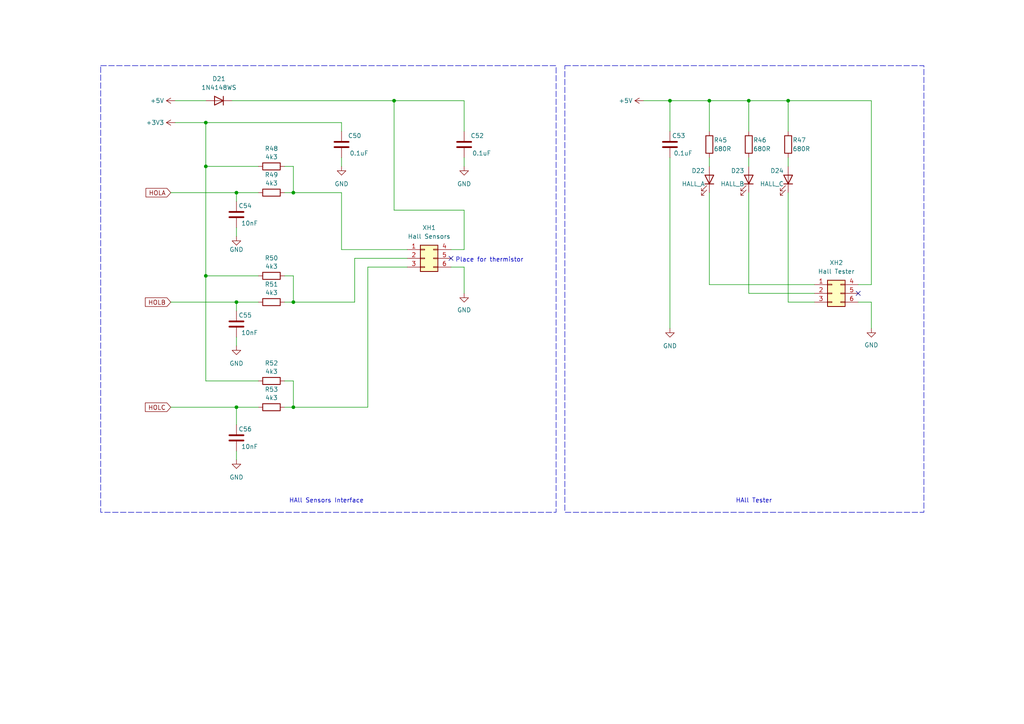
<source format=kicad_sch>
(kicad_sch (version 20231120) (generator "eeschema") (generator_version "8.0")
  (paper "A4")
  (title_block (title "RedShift-117.6-LogicBoard-F103") (date "08.12.2023") (rev "0.1"))
  (lib_symbols
    (symbol "Connector_Generic:Conn_02x03_Top_Bottom" (pin_names (offset 1.016) hide)
      (property "Reference" "J" (at 1.27 5.08 0))
      (property "Value" "Conn_02x03_Top_Bottom" (at 1.27 -5.08 0))
      (symbol "Conn_02x03_Top_Bottom_1_1"
        (rectangle (start -1.27 -2.413) (end 0 -2.667) (stroke (width 0.1524)))
        (rectangle (start -1.27 0.127) (end 0 -0.127) (stroke (width 0.1524)))
        (rectangle (start -1.27 2.667) (end 0 2.413) (stroke (width 0.1524)))
        (rectangle (start -1.27 3.81) (end 3.81 -3.81) (stroke (width 0.254)) (fill (type background)))
        (rectangle (start 3.81 -2.413) (end 2.54 -2.667) (stroke (width 0.1524)))
        (rectangle (start 3.81 0.127) (end 2.54 -0.127) (stroke (width 0.1524)))
        (rectangle (start 3.81 2.667) (end 2.54 2.413) (stroke (width 0.1524)))
        (pin passive line (at -5.08 2.54 0) (length 3.81) (name "Pin_1") (number "1"))
        (pin passive line (at -5.08 0 0) (length 3.81) (name "Pin_2") (number "2"))
        (pin passive line (at -5.08 -2.54 0) (length 3.81) (name "Pin_3") (number "3"))
        (pin passive line (at 7.62 2.54 180) (length 3.81) (name "Pin_4") (number "4"))
        (pin passive line (at 7.62 0 180) (length 3.81) (name "Pin_5") (number "5"))
        (pin passive line (at 7.62 -2.54 180) (length 3.81) (name "Pin_6") (number "6"))
      )
    )
    (symbol "Device:C" (pin_numbers hide) (pin_names (offset 0.254))
      (property "Reference" "C" (at 0.635 2.54 0))
      (property "Value" "C" (at 0.635 -2.54 0))
      (symbol "C_0_1"
        (polyline (pts (xy -2.032 -0.762) (xy 2.032 -0.762)) (stroke (width 0.508)))
        (polyline (pts (xy -2.032 0.762) (xy 2.032 0.762)) (stroke (width 0.508)))
      )
      (symbol "C_1_1"
        (pin passive line (at 0 3.81 270) (length 2.794) (name "~") (number "1"))
        (pin passive line (at 0 -3.81 90) (length 2.794) (name "~") (number "2"))
      )
    )
    (symbol "Device:LED" (pin_numbers hide) (pin_names (offset 1.016) hide)
      (property "Reference" "D" (at 0 2.54 0))
      (property "Value" "LED" (at 0 -2.54 0))
      (symbol "LED_0_1"
        (polyline (pts (xy -1.27 -1.27) (xy -1.27 1.27)) (stroke (width 0.254)))
        (polyline (pts (xy -1.27 0) (xy 1.27 0)))
        (polyline (pts (xy 1.27 -1.27) (xy 1.27 1.27) (xy -1.27 0) (xy 1.27 -1.27)) (stroke (width 0.254)))
        (polyline (pts (xy -3.048 -0.762) (xy -4.572 -2.286) (xy -3.81 -2.286) (xy -4.572 -2.286) (xy -4.572 -1.524)))
        (polyline (pts (xy -1.778 -0.762) (xy -3.302 -2.286) (xy -2.54 -2.286) (xy -3.302 -2.286) (xy -3.302 -1.524)))
      )
      (symbol "LED_1_1"
        (pin passive line (at -3.81 0 0) (length 2.54) (name "K") (number "1"))
        (pin passive line (at 3.81 0 180) (length 2.54) (name "A") (number "2"))
      )
    )
    (symbol "Device:R" (pin_numbers hide) (pin_names (offset 0))
      (property "Reference" "R" (at 2.032 0 90))
      (property "Value" "R" (at 0 0 90))
      (symbol "R_0_1"
        (rectangle (start -1.016 -2.54) (end 1.016 2.54) (stroke (width 0.254)))
      )
      (symbol "R_1_1"
        (pin passive line (at 0 3.81 270) (length 1.27) (name "~") (number "1"))
        (pin passive line (at 0 -3.81 90) (length 1.27) (name "~") (number "2"))
      )
    )
    (symbol "Diode:1N4148WS" (pin_numbers hide) (pin_names hide)
      (property "Reference" "D" (at 0 2.54 0))
      (property "Value" "1N4148WS" (at 0 -2.54 0))
      (symbol "1N4148WS_0_1"
        (polyline (pts (xy -1.27 1.27) (xy -1.27 -1.27)) (stroke (width 0.254)))
        (polyline (pts (xy 1.27 0) (xy -1.27 0)))
        (polyline (pts (xy 1.27 1.27) (xy 1.27 -1.27) (xy -1.27 0) (xy 1.27 1.27)) (stroke (width 0.254)))
      )
      (symbol "1N4148WS_1_1"
        (pin passive line (at -3.81 0 0) (length 2.54) (name "K") (number "1"))
        (pin passive line (at 3.81 0 180) (length 2.54) (name "A") (number "2"))
      )
    )
    (symbol "GND_1" (power) (pin_names (offset 0))
      (property "Value" "GND_1" (at 0 -3.81 0))
      (symbol "GND_1_0_1"
        (polyline (pts (xy 0 0) (xy 0 -1.27) (xy 1.27 -1.27) (xy 0 -2.54) (xy -1.27 -1.27) (xy 0 -1.27)))
      )
      (symbol "GND_1_1_1"
        (pin power_in line (at 0 0 270) (length 0) hide (name "GND") (number "1"))
      )
    )
    (symbol "GND_2" (power) (pin_names (offset 0))
      (property "Value" "GND_2" (at 0 -3.81 0))
      (symbol "GND_2_0_1"
        (polyline (pts (xy 0 0) (xy 0 -1.27) (xy 1.27 -1.27) (xy 0 -2.54) (xy -1.27 -1.27) (xy 0 -1.27)))
      )
      (symbol "GND_2_1_1"
        (pin power_in line (at 0 0 270) (length 0) hide (name "GND") (number "1"))
      )
    )
    (symbol "GND_3" (power) (pin_names (offset 0))
      (property "Value" "GND_3" (at 0 -3.81 0))
      (symbol "GND_3_0_1"
        (polyline (pts (xy 0 0) (xy 0 -1.27) (xy 1.27 -1.27) (xy 0 -2.54) (xy -1.27 -1.27) (xy 0 -1.27)))
      )
      (symbol "GND_3_1_1"
        (pin power_in line (at 0 0 270) (length 0) hide (name "GND") (number "1"))
      )
    )
    (symbol "GND_4" (power) (pin_names (offset 0))
      (property "Value" "GND_4" (at 0 -3.81 0))
      (symbol "GND_4_0_1"
        (polyline (pts (xy 0 0) (xy 0 -1.27) (xy 1.27 -1.27) (xy 0 -2.54) (xy -1.27 -1.27) (xy 0 -1.27)))
      )
      (symbol "GND_4_1_1"
        (pin power_in line (at 0 0 270) (length 0) hide (name "GND") (number "1"))
      )
    )
    (symbol "GND_6" (power) (pin_names (offset 0))
      (property "Value" "GND_6" (at 0 -3.81 0))
      (symbol "GND_6_0_1"
        (polyline (pts (xy 0 0) (xy 0 -1.27) (xy 1.27 -1.27) (xy 0 -2.54) (xy -1.27 -1.27) (xy 0 -1.27)))
      )
      (symbol "GND_6_1_1"
        (pin power_in line (at 0 0 270) (length 0) hide (name "GND") (number "1"))
      )
    )
    (symbol "GND_8" (power) (pin_names (offset 0))
      (property "Value" "GND_8" (at 0 -3.81 0))
      (symbol "GND_8_0_1"
        (polyline (pts (xy 0 0) (xy 0 -1.27) (xy 1.27 -1.27) (xy 0 -2.54) (xy -1.27 -1.27) (xy 0 -1.27)))
      )
      (symbol "GND_8_1_1"
        (pin power_in line (at 0 0 270) (length 0) hide (name "GND") (number "1"))
      )
    )
    (symbol "power:+3V3" (power) (pin_names (offset 0))
      (property "Value" "+3V3" (at 0 3.556 0))
      (symbol "+3V3_0_1"
        (polyline (pts (xy -0.762 1.27) (xy 0 2.54)))
        (polyline (pts (xy 0 0) (xy 0 2.54)))
        (polyline (pts (xy 0 2.54) (xy 0.762 1.27)))
      )
      (symbol "+3V3_1_1"
        (pin power_in line (at 0 0 90) (length 0) hide (name "+3V3") (number "1"))
      )
    )
    (symbol "power:+5V" (power) (pin_names (offset 0))
      (property "Value" "+5V" (at 0 3.556 0))
      (symbol "+5V_0_1"
        (polyline (pts (xy -0.762 1.27) (xy 0 2.54)))
        (polyline (pts (xy 0 0) (xy 0 2.54)))
        (polyline (pts (xy 0 2.54) (xy 0.762 1.27)))
      )
      (symbol "+5V_1_1"
        (pin power_in line (at 0 0 90) (length 0) hide (name "+5V") (number "1"))
      )
    )
    (symbol "power:GND" (power) (pin_names (offset 0))
      (property "Value" "GND" (at 0 -3.81 0))
      (symbol "GND_0_1"
        (polyline (pts (xy 0 0) (xy 0 -1.27) (xy 1.27 -1.27) (xy 0 -2.54) (xy -1.27 -1.27) (xy 0 -1.27)))
      )
      (symbol "GND_1_1"
        (pin power_in line (at 0 0 270) (length 0) hide (name "GND") (number "1"))
      )
    )
  )
  (junction (at 85.09 118.11))
  (junction (at 68.58 118.11))
  (junction (at 85.09 55.88))
  (junction (at 114.3 29.21))
  (junction (at 59.69 35.56))
  (junction (at 59.69 80.01))
  (junction (at 59.69 48.26))
  (junction (at 68.58 87.63))
  (junction (at 194.31 29.21))
  (junction (at 205.74 29.21))
  (junction (at 68.58 55.88))
  (junction (at 85.09 87.63))
  (junction (at 228.6 29.21))
  (junction (at 217.17 29.21))
  (no_connect (at 130.81 74.93))
  (no_connect (at 248.92 85.09))
  (wire (pts (xy 134.62 29.21) (xy 134.62 38.1)))
  (wire (pts (xy 186.69 29.21) (xy 194.31 29.21)))
  (wire (pts (xy 85.09 55.88) (xy 82.55 55.88)))
  (wire (pts (xy 252.73 82.55) (xy 248.92 82.55)))
  (wire (pts (xy 85.09 118.11) (xy 106.68 118.11)))
  (wire (pts (xy 85.09 87.63) (xy 82.55 87.63)))
  (wire (pts (xy 106.68 77.47) (xy 118.11 77.47)))
  (wire (pts (xy 114.3 29.21) (xy 134.62 29.21)))
  (wire (pts (xy 205.74 29.21) (xy 205.74 38.1)))
  (wire (pts (xy 49.53 55.88) (xy 68.58 55.88)))
  (wire (pts (xy 134.62 60.96) (xy 134.62 72.39)))
  (wire (pts (xy 194.31 29.21) (xy 194.31 38.1)))
  (wire (pts (xy 194.31 29.21) (xy 205.74 29.21)))
  (wire (pts (xy 228.6 29.21) (xy 228.6 38.1)))
  (wire (pts (xy 228.6 48.26) (xy 228.6 45.72)))
  (wire (pts (xy 134.62 77.47) (xy 130.81 77.47)))
  (wire (pts (xy 68.58 55.88) (xy 74.93 55.88)))
  (wire (pts (xy 194.31 45.72) (xy 194.31 95.25)))
  (wire (pts (xy 50.8 35.56) (xy 59.69 35.56)))
  (wire (pts (xy 114.3 60.96) (xy 134.62 60.96)))
  (wire (pts (xy 205.74 82.55) (xy 236.22 82.55)))
  (wire (pts (xy 102.87 87.63) (xy 85.09 87.63)))
  (wire (pts (xy 99.06 35.56) (xy 99.06 38.1)))
  (wire (pts (xy 114.3 29.21) (xy 114.3 60.96)))
  (wire (pts (xy 49.53 118.11) (xy 68.58 118.11)))
  (wire (pts (xy 205.74 29.21) (xy 217.17 29.21)))
  (wire (pts (xy 50.8 29.21) (xy 59.69 29.21)))
  (wire (pts (xy 134.62 72.39) (xy 130.81 72.39)))
  (wire (pts (xy 134.62 45.72) (xy 134.62 48.26)))
  (wire (pts (xy 85.09 48.26) (xy 85.09 55.88)))
  (wire (pts (xy 252.73 87.63) (xy 252.73 95.25)))
  (wire (pts (xy 68.58 118.11) (xy 68.58 123.19)))
  (wire (pts (xy 85.09 55.88) (xy 99.06 55.88)))
  (wire (pts (xy 85.09 110.49) (xy 82.55 110.49)))
  (wire (pts (xy 106.68 118.11) (xy 106.68 77.47)))
  (wire (pts (xy 85.09 80.01) (xy 85.09 87.63)))
  (wire (pts (xy 59.69 35.56) (xy 99.06 35.56)))
  (wire (pts (xy 59.69 80.01) (xy 59.69 110.49)))
  (wire (pts (xy 102.87 74.93) (xy 102.87 87.63)))
  (wire (pts (xy 68.58 130.81) (xy 68.58 133.35)))
  (wire (pts (xy 99.06 72.39) (xy 118.11 72.39)))
  (wire (pts (xy 68.58 87.63) (xy 74.93 87.63)))
  (wire (pts (xy 85.09 118.11) (xy 85.09 110.49)))
  (wire (pts (xy 228.6 55.88) (xy 228.6 87.63)))
  (wire (pts (xy 205.74 55.88) (xy 205.74 82.55)))
  (wire (pts (xy 228.6 87.63) (xy 236.22 87.63)))
  (wire (pts (xy 74.93 80.01) (xy 59.69 80.01)))
  (wire (pts (xy 99.06 55.88) (xy 99.06 72.39)))
  (wire (pts (xy 252.73 29.21) (xy 228.6 29.21)))
  (wire (pts (xy 134.62 77.47) (xy 134.62 85.09)))
  (wire (pts (xy 68.58 55.88) (xy 68.58 58.42)))
  (wire (pts (xy 217.17 29.21) (xy 228.6 29.21)))
  (wire (pts (xy 68.58 97.79) (xy 68.58 100.33)))
  (wire (pts (xy 67.31 29.21) (xy 114.3 29.21)))
  (wire (pts (xy 252.73 29.21) (xy 252.73 82.55)))
  (wire (pts (xy 217.17 48.26) (xy 217.17 45.72)))
  (wire (pts (xy 118.11 74.93) (xy 102.87 74.93)))
  (wire (pts (xy 59.69 48.26) (xy 59.69 80.01)))
  (wire (pts (xy 49.53 87.63) (xy 68.58 87.63)))
  (wire (pts (xy 82.55 48.26) (xy 85.09 48.26)))
  (wire (pts (xy 99.06 45.72) (xy 99.06 48.26)))
  (wire (pts (xy 68.58 118.11) (xy 74.93 118.11)))
  (wire (pts (xy 68.58 87.63) (xy 68.58 90.17)))
  (wire (pts (xy 217.17 85.09) (xy 236.22 85.09)))
  (wire (pts (xy 82.55 118.11) (xy 85.09 118.11)))
  (wire (pts (xy 82.55 80.01) (xy 85.09 80.01)))
  (wire (pts (xy 217.17 29.21) (xy 217.17 38.1)))
  (wire (pts (xy 59.69 110.49) (xy 74.93 110.49)))
  (wire (pts (xy 68.58 66.04) (xy 68.58 68.58)))
  (wire (pts (xy 205.74 48.26) (xy 205.74 45.72)))
  (wire (pts (xy 59.69 35.56) (xy 59.69 48.26)))
  (wire (pts (xy 217.17 55.88) (xy 217.17 85.09)))
  (wire (pts (xy 252.73 87.63) (xy 248.92 87.63)))
  (wire (pts (xy 59.69 48.26) (xy 74.93 48.26)))
  (rectangle (start 29.21 19.05) (end 161.29 148.59) (stroke (width 0) (type dash)))
  (rectangle (start 163.83 19.05) (end 267.97 148.59) (stroke (width 0) (type dash)))
  (text "Place for thermistor" (at 132.08 76.2 0) (effects (font (size 1.27 1.27)) (justify left bottom)))
  (text "HAll Tester" (at 213.36 146.05 0) (effects (font (size 1.27 1.27)) (justify left bottom)))
  (text "HAll Sensors Interface" (at 83.82 146.05 0) (effects (font (size 1.27 1.27)) (justify left bottom)))
  (global_label "HOLC" (shape input) (at 49.53 118.11 180) (property "Intersheetrefs" "${INTERSHEET_REFS}" (effects (hide yes))))
  (global_label "HOLA" (shape input) (at 49.53 55.88 180) (property "Intersheetrefs" "${INTERSHEET_REFS}" (effects (hide yes))))
  (global_label "HOLB" (shape input) (at 49.53 87.63 180) (property "Intersheetrefs" "${INTERSHEET_REFS}" (effects (hide yes))))
  (symbol (lib_name "GND_4") (lib_id "power:GND") (at 194.31 95.25 0) (unit 1)
    (property "Reference" "#PWR097" (effects (hide yes)))
    (property "Value" "GND" (at 194.31 100.33 0))
  )
  (symbol (lib_id "Device:C") (at 99.06 41.91 0) (unit 1)
    (property "Reference" "C50" (at 102.87 39.37 0))
    (property "Value" "0.1uF" (at 104.14 44.45 0))
    (property "Footprint" "Capacitor_SMD:C_0603_1608Metric_Pad1.08x0.95mm_HandSolder" (effects (hide yes)))
  )
  (symbol (lib_id "Device:LED") (at 228.6 52.07 270) (mirror x) (unit 1)
    (property "Reference" "D24" (at 227.33 49.53 90) (effects (justify right)))
    (property "Value" "HALL_C" (at 227.33 53.34 90) (effects (justify right)))
    (property "Footprint" "LED_SMD:LED_0603_1608Metric" (effects (hide yes)))
  )
  (symbol (lib_id "Connector_Generic:Conn_02x03_Top_Bottom") (at 123.19 74.93 0) (unit 1)
    (property "Reference" "XH1" (at 124.46 66.04 0))
    (property "Value" "Hall Sensors" (at 124.46 68.58 0))
    (property "Footprint" "Connector_Molex:Molex_Micro-Fit_3.0_43045-0600_2x03_P3.00mm_Horizontal" (effects (hide yes)))
  )
  (symbol (lib_id "Device:C") (at 194.31 41.91 0) (unit 1)
    (property "Reference" "C53" (at 196.85 39.37 0))
    (property "Value" "0.1uF" (at 198.12 44.45 0))
    (property "Footprint" "Capacitor_SMD:C_0603_1608Metric_Pad1.08x0.95mm_HandSolder" (effects (hide yes)))
  )
  (symbol (lib_id "Device:C") (at 68.58 127 0) (unit 1)
    (property "Reference" "C56" (at 71.12 124.46 0))
    (property "Value" "10nF" (at 72.39 129.54 0))
    (property "Footprint" "Capacitor_SMD:C_0603_1608Metric_Pad1.08x0.95mm_HandSolder" (effects (hide yes)))
  )
  (symbol (lib_id "Device:R") (at 78.74 48.26 270) (unit 1)
    (property "Reference" "R48" (at 78.74 43.0997 90))
    (property "Value" "4k3" (at 78.74 45.5239 90))
    (property "Footprint" "Resistor_SMD:R_0603_1608Metric_Pad0.98x0.95mm_HandSolder" (effects (hide yes)))
  )
  (symbol (lib_id "Device:R") (at 78.74 118.11 270) (unit 1)
    (property "Reference" "R53" (at 78.74 112.9497 90))
    (property "Value" "4k3" (at 78.74 115.3739 90))
    (property "Footprint" "Resistor_SMD:R_0603_1608Metric_Pad0.98x0.95mm_HandSolder" (effects (hide yes)))
  )
  (symbol (lib_id "Diode:1N4148WS") (at 63.5 29.21 0) (mirror y) (unit 1)
    (property "Reference" "D21" (at 63.5 22.86 0))
    (property "Value" "1N4148WS" (at 63.5 25.4 0))
    (property "Footprint" "Diode_SMD:D_SOD-323" (effects (hide yes)))
    (property "Datasheet" "https://www.vishay.com/docs/85751/1n4148ws.pdf" (effects (hide yes)))
  )
  (symbol (lib_name "GND_3") (lib_id "power:GND") (at 68.58 133.35 0) (unit 1)
    (property "Reference" "#PWR0100" (effects (hide yes)))
    (property "Value" "GND" (at 68.58 138.43 0))
  )
  (symbol (lib_name "GND_6") (lib_id "power:GND") (at 68.58 68.58 0) (unit 1)
    (property "Reference" "#PWR095" (effects (hide yes)))
    (property "Value" "GND" (at 68.58 72.39 0))
  )
  (symbol (lib_id "power:+5V") (at 50.8 29.21 90) (unit 1)
    (property "Reference" "#PWR088" (effects (hide yes)))
    (property "Value" "+5V" (at 47.6251 29.21 90) (effects (justify left)))
  )
  (symbol (lib_name "GND_1") (lib_id "power:GND") (at 68.58 100.33 0) (unit 1)
    (property "Reference" "#PWR099" (effects (hide yes)))
    (property "Value" "GND" (at 68.58 105.41 0))
  )
  (symbol (lib_id "Device:C") (at 68.58 62.23 0) (unit 1)
    (property "Reference" "C54" (at 71.12 59.69 0))
    (property "Value" "10nF" (at 72.39 64.77 0))
    (property "Footprint" "Capacitor_SMD:C_0603_1608Metric_Pad1.08x0.95mm_HandSolder" (effects (hide yes)))
  )
  (symbol (lib_id "power:+5V") (at 186.69 29.21 90) (unit 1)
    (property "Reference" "#PWR089" (effects (hide yes)))
    (property "Value" "+5V" (at 183.5151 29.21 90) (effects (justify left)))
  )
  (symbol (lib_name "GND_2") (lib_id "power:GND") (at 134.62 85.09 0) (unit 1)
    (property "Reference" "#PWR096" (effects (hide yes)))
    (property "Value" "GND" (at 134.62 89.916 0))
  )
  (symbol (lib_name "GND_2") (lib_id "power:GND") (at 252.73 95.25 0) (unit 1)
    (property "Reference" "#PWR098" (effects (hide yes)))
    (property "Value" "GND" (at 252.73 100.076 0))
  )
  (symbol (lib_id "power:GND") (at 134.62 48.26 0) (unit 1)
    (property "Reference" "#PWR094" (effects (hide yes)))
    (property "Value" "GND" (at 134.62 53.34 0))
  )
  (symbol (lib_id "Device:R") (at 228.6 41.91 0) (unit 1)
    (property "Reference" "R47" (at 229.87 40.64 0) (effects (justify left)))
    (property "Value" "680R" (at 229.87 43.18 0) (effects (justify left)))
    (property "Footprint" "Resistor_SMD:R_0603_1608Metric_Pad0.98x0.95mm_HandSolder" (effects (hide yes)))
  )
  (symbol (lib_id "Device:R") (at 78.74 55.88 270) (unit 1)
    (property "Reference" "R49" (at 78.74 50.7197 90))
    (property "Value" "4k3" (at 78.74 53.1439 90))
    (property "Footprint" "Resistor_SMD:R_0603_1608Metric_Pad0.98x0.95mm_HandSolder" (effects (hide yes)))
  )
  (symbol (lib_id "Device:R") (at 78.74 110.49 270) (unit 1)
    (property "Reference" "R52" (at 78.74 105.3297 90))
    (property "Value" "4k3" (at 78.74 107.7539 90))
    (property "Footprint" "Resistor_SMD:R_0603_1608Metric_Pad0.98x0.95mm_HandSolder" (effects (hide yes)))
  )
  (symbol (lib_id "Device:LED") (at 217.17 52.07 270) (mirror x) (unit 1)
    (property "Reference" "D23" (at 215.9 49.53 90) (effects (justify right)))
    (property "Value" "HALL_B" (at 215.9 53.34 90) (effects (justify right)))
    (property "Footprint" "LED_SMD:LED_0603_1608Metric" (effects (hide yes)))
  )
  (symbol (lib_id "Device:C") (at 134.62 41.91 0) (unit 1)
    (property "Reference" "C52" (at 138.43 39.37 0))
    (property "Value" "0.1uF" (at 139.7 44.45 0))
    (property "Footprint" "Capacitor_SMD:C_0603_1608Metric_Pad1.08x0.95mm_HandSolder" (effects (hide yes)))
  )
  (symbol (lib_id "power:+3V3") (at 50.8 35.56 90) (unit 1)
    (property "Reference" "#PWR090" (effects (hide yes)))
    (property "Value" "+3V3" (at 47.625 35.56 90) (effects (justify left)))
  )
  (symbol (lib_id "Device:R") (at 78.74 87.63 270) (unit 1)
    (property "Reference" "R51" (at 78.74 82.4697 90))
    (property "Value" "4k3" (at 78.74 84.8939 90))
    (property "Footprint" "Resistor_SMD:R_0603_1608Metric_Pad0.98x0.95mm_HandSolder" (effects (hide yes)))
  )
  (symbol (lib_id "Device:R") (at 205.74 41.91 0) (unit 1)
    (property "Reference" "R45" (at 207.01 40.64 0) (effects (justify left)))
    (property "Value" "680R" (at 207.01 43.18 0) (effects (justify left)))
    (property "Footprint" "Resistor_SMD:R_0603_1608Metric_Pad0.98x0.95mm_HandSolder" (effects (hide yes)))
  )
  (symbol (lib_id "Device:R") (at 78.74 80.01 270) (unit 1)
    (property "Reference" "R50" (at 78.74 74.8497 90))
    (property "Value" "4k3" (at 78.74 77.2739 90))
    (property "Footprint" "Resistor_SMD:R_0603_1608Metric_Pad0.98x0.95mm_HandSolder" (effects (hide yes)))
  )
  (symbol (lib_id "Device:R") (at 217.17 41.91 0) (unit 1)
    (property "Reference" "R46" (at 218.44 40.64 0) (effects (justify left)))
    (property "Value" "680R" (at 218.44 43.18 0) (effects (justify left)))
    (property "Footprint" "Resistor_SMD:R_0603_1608Metric_Pad0.98x0.95mm_HandSolder" (effects (hide yes)))
  )
  (symbol (lib_id "Device:C") (at 68.58 93.98 0) (unit 1)
    (property "Reference" "C55" (at 71.12 91.44 0))
    (property "Value" "10nF" (at 72.39 96.52 0))
    (property "Footprint" "Capacitor_SMD:C_0603_1608Metric_Pad1.08x0.95mm_HandSolder" (effects (hide yes)))
  )
  (symbol (lib_id "Device:LED") (at 205.74 52.07 270) (mirror x) (unit 1)
    (property "Reference" "D22" (at 204.47 49.53 90) (effects (justify right)))
    (property "Value" "HALL_A" (at 204.47 53.34 90) (effects (justify right)))
    (property "Footprint" "LED_SMD:LED_0603_1608Metric" (effects (hide yes)))
  )
  (symbol (lib_name "GND_8") (lib_id "power:GND") (at 99.06 48.26 0) (unit 1)
    (property "Reference" "#PWR092" (effects (hide yes)))
    (property "Value" "GND" (at 99.06 53.34 0))
  )
  (symbol (lib_id "Connector_Generic:Conn_02x03_Top_Bottom") (at 241.3 85.09 0) (unit 1)
    (property "Reference" "XH2" (at 242.57 76.2 0))
    (property "Value" "Hall Tester" (at 242.57 78.74 0))
    (property "Footprint" "Connector_Molex:Molex_Micro-Fit_3.0_43045-0600_2x03_P3.00mm_Horizontal" (effects (hide yes)))
  )
)
</source>
